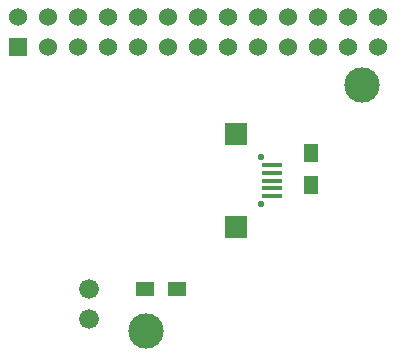
<source format=gbr>
G04 #@! TF.FileFunction,Soldermask,Bot*
%FSLAX46Y46*%
G04 Gerber Fmt 4.6, Leading zero omitted, Abs format (unit mm)*
G04 Created by KiCad (PCBNEW 4.0.1-stable) date 6/18/2016 3:55:33 PM*
%MOMM*%
G01*
G04 APERTURE LIST*
%ADD10C,0.150000*%
%ADD11C,3.000000*%
%ADD12R,1.524000X1.524000*%
%ADD13C,1.524000*%
%ADD14C,1.676400*%
%ADD15R,1.300000X1.500000*%
%ADD16R,1.500000X1.300000*%
%ADD17R,1.800000X0.400000*%
%ADD18C,0.550000*%
%ADD19R,1.900000X1.900000*%
G04 APERTURE END LIST*
D10*
D11*
X30988000Y-7620000D03*
X12700000Y-28448000D03*
D12*
X1905000Y-4445000D03*
D13*
X1905000Y-1905000D03*
X4445000Y-4445000D03*
X4445000Y-1905000D03*
X6985000Y-4445000D03*
X6985000Y-1905000D03*
X9525000Y-4445000D03*
X9525000Y-1905000D03*
X12065000Y-4445000D03*
X12065000Y-1905000D03*
X14605000Y-4445000D03*
X14605000Y-1905000D03*
X17145000Y-4445000D03*
X17145000Y-1905000D03*
X19685000Y-4445000D03*
X19685000Y-1905000D03*
X22225000Y-4445000D03*
X22225000Y-1905000D03*
X24765000Y-4445000D03*
X24765000Y-1905000D03*
X27305000Y-4445000D03*
X27305000Y-1905000D03*
X29845000Y-4445000D03*
X29845000Y-1905000D03*
X32385000Y-4445000D03*
X32385000Y-1905000D03*
D14*
X7874000Y-24892000D03*
X7874000Y-27432000D03*
D15*
X26670000Y-16082000D03*
X26670000Y-13382000D03*
D16*
X15320000Y-24892000D03*
X12620000Y-24892000D03*
D17*
X23387000Y-17048000D03*
X23387000Y-16398000D03*
X23387000Y-15748000D03*
X23387000Y-15098000D03*
X23387000Y-14448000D03*
D18*
X22462000Y-17748000D03*
X22462000Y-13748000D03*
D19*
X20362000Y-19698000D03*
X20362000Y-11798000D03*
M02*

</source>
